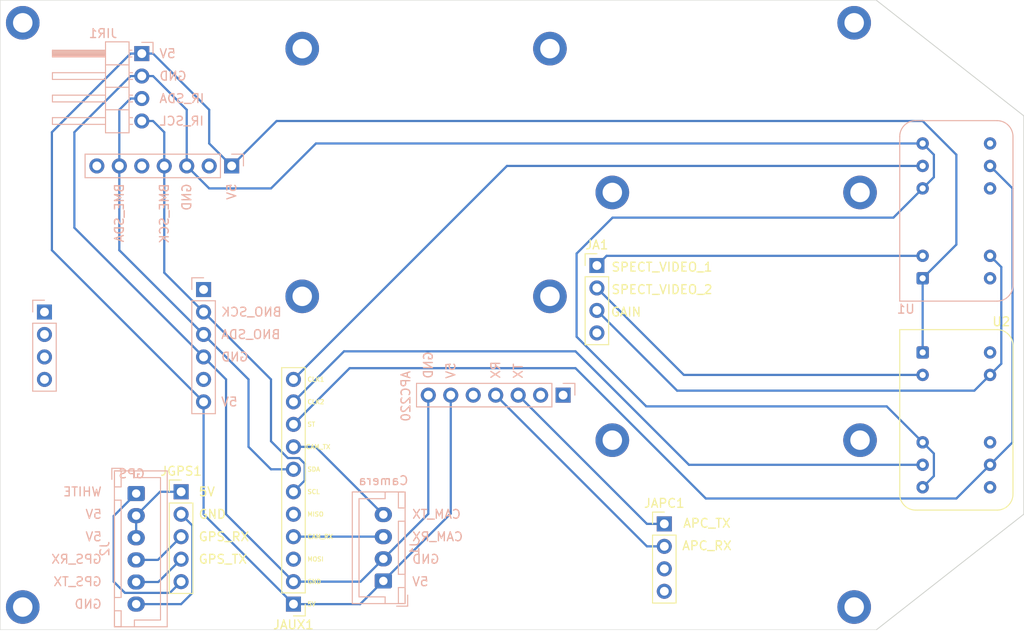
<source format=kicad_pcb>
(kicad_pcb (version 20211014) (generator pcbnew)
  (layers (0 "F.Cu" signal) (31 "B.Cu" signal) (34 "B.Paste" user) (35 "F.Paste" user) (36 "B.SilkS" user "B.Silkscreen") (37 "F.SilkS" user "F.Silkscreen") (38 "B.Mask" user) (39 "F.Mask" user) (44 "Edge.Cuts" user))
  (net 0 "")
  (net 1 "/5V3")
  (net 2 "/GND3")
  (net 3 "/MOSI")
  (net 4 "/MISO")
  (net 5 "/CLK1")
  (net 6 "/CLK2")
  (net 7 "/5V2")
  (net 8 "/GND")
  (net 9 "/GPSRX")
  (net 10 "/GPSTX")
  (net 11 "/PPS")
  (net 20 "/A2")
  (net 21 "/A1")
  (net 22 "/GAIN")
  (net 23 "/ST")
  (net 25 "/APCSET")
  (net 26 "/APCAUX")
  (net 27 "/APCEN")
  (net 28 "/APCRX")
  (net 29 "/APCTX")
  (net 30 "/BME3VO")
  (net 31 "/BMESDO")
  (net 32 "/BMECS")
  (net 33 "/BNO3VO")
  (net 34 "/BNORST")
  (net 35 "/PS0")
  (net 36 "/PS1")
  (net 37 "/ADR")
  (net 38 "/CAMRX")
  (net 39 "/CAMTX")
  (net 40 "/INT")
  (net 41 "/BMESCK")
  (net 42 "/BMESDI")
  (footprint "MountingHole:MountingHole_2.2mm_M2_ISO14580_Pad_TopBottom" (layer "F.Cu") (at 188.4426 88.0872)
    (fp_text reference "H8" hide)
    (fp_text value "MountingHole" hide)
    (pad "1" connect circle (at 0 0) (size 3.8 3.8) (layers "B.Cu" "B.Mask"))
    (pad "1" thru_hole circle (at 0 0) (size 2.6 2.6) (drill 2.2) (layers *.Cu *.Mask))
    (pad "1" connect circle (at 0 0) (size 3.8 3.8) (layers "F.Cu" "F.Mask"))
  )
  (footprint "OptoDevice:Hamamatsu_C12880" (layer "F.Cu") (at 223.52 106.172)
    (fp_text reference "U2" (at 8.89 -3.48) (layer "F.SilkS"))
    (fp_text value "C12666MA")
    (fp_line (start -0.79 17.82) (end 8.41 17.82) (layer "F.SilkS") (width 0.12))
    (fp_line (start 10.21 16.02) (end 10.21 -0.78) (layer "F.SilkS") (width 0.12))
    (fp_line (start 8.41 -2.58) (end -2.59 -2.58) (layer "F.SilkS") (width 0.12))
    (fp_line (start -2.59 -2.58) (end -2.59 16.02) (layer "F.SilkS") (width 0.12))
    (fp_arc (start 8.41 -2.58) (mid 9.682792 -2.052792) (end 10.21 -0.78) (layer "F.SilkS") (width 0.12))
    (fp_arc (start -0.79 17.82) (mid -2.062792 17.292792) (end -2.59 16.02) (layer "F.SilkS") (width 0.12))
    (fp_arc (start 10.21 16.02) (mid 9.682792 17.292792) (end 8.41 17.82) (layer "F.SilkS") (width 0.12))
    (pad "1" thru_hole roundrect (at 0 0) (size 1.4 1.4) (drill 0.7) (layers *.Cu *.Mask) (roundrect_rratio 0.1785) (net 1 "/5V3"))
    (pad "2" thru_hole circle (at 0 2.54) (size 1.4 1.4) (drill 0.7) (layers *.Cu *.Mask) (net 20 "/A2"))
    (pad "3" thru_hole circle (at 0 10.16) (size 1.4 1.4) (drill 0.7) (layers *.Cu *.Mask) (net 2 "/GND3"))
    (pad "4" thru_hole circle (at 0 12.7) (size 1.4 1.4) (drill 0.7) (layers *.Cu *.Mask) (net 6 "/CLK2"))
    (pad "5" thru_hole circle (at 0 15.24) (size 1.4 1.4) (drill 0.7) (layers *.Cu *.Mask) (net 2 "/GND3"))
    (pad "6" thru_hole circle (at 7.62 15.24) (size 1.4 1.4) (drill 0.7) (layers *.Cu *.Mask))
    (pad "7" thru_hole circle (at 7.62 12.7) (size 1.4 1.4) (drill 0.7) (layers *.Cu *.Mask) (net 23 "/ST"))
    (pad "8" thru_hole circle (at 7.62 10.16) (size 1.4 1.4) (drill 0.7) (layers *.Cu *.Mask))
    (pad "9" thru_hole circle (at 7.62 2.54) (size 1.4 1.4) (drill 0.7) (layers *.Cu *.Mask) (net 22 "/GAIN"))
    (pad "10" thru_hole circle (at 7.62 0) (size 1.4 1.4) (drill 0.7) (layers *.Cu *.Mask))
  )
  (footprint "MountingHole:MountingHole_2.2mm_M2_ISO14580_Pad_TopBottom" (layer "F.Cu") (at 216.4426 116.0872)
    (fp_text reference "H7" hide)
    (fp_text value "MountingHole" hide)
    (pad "1" thru_hole circle (at 0 0) (size 2.6 2.6) (drill 2.2) (layers *.Cu *.Mask))
    (pad "1" connect circle (at 0 0) (size 3.8 3.8) (layers "F.Cu" "F.Mask"))
    (pad "1" connect circle (at 0 0) (size 3.8 3.8) (layers "B.Cu" "B.Mask"))
  )
  (footprint "MountingHole:MountingHole_2.2mm_M2_ISO14580_Pad_TopBottom" (layer "F.Cu") (at 181.3906 99.8312)
    (fp_text reference "H11" hide)
    (fp_text value "MountingHole" hide)
    (pad "1" thru_hole circle (at 0 0) (size 2.6 2.6) (drill 2.2) (layers *.Cu *.Mask))
    (pad "1" connect circle (at 0 0) (size 3.8 3.8) (layers "F.Cu" "F.Mask"))
    (pad "1" connect circle (at 0 0) (size 3.8 3.8) (layers "B.Cu" "B.Mask"))
  )
  (footprint "MountingHole:MountingHole_2.2mm_M2_ISO14580_Pad_TopBottom" (layer "F.Cu") (at 121.8 134.95)
    (fp_text reference "H4" hide)
    (fp_text value "MountingHole" hide)
    (pad "1" connect circle (at 0 0) (size 3.8 3.8) (layers "F.Cu" "F.Mask"))
    (pad "1" connect circle (at 0 0) (size 3.8 3.8) (layers "B.Cu" "B.Mask"))
    (pad "1" thru_hole circle (at 0 0) (size 2.6 2.6) (drill 2.2) (layers *.Cu *.Mask))
  )
  (footprint "MountingHole:MountingHole_2.2mm_M2_ISO14580_Pad_TopBottom" (layer "F.Cu") (at 121.8 68.91)
    (fp_text reference "H3" hide)
    (fp_text value "MountingHole" hide)
    (pad "1" thru_hole circle (at 0 0) (size 2.6 2.6) (drill 2.2) (layers *.Cu *.Mask))
    (pad "1" connect circle (at 0 0) (size 3.8 3.8) (layers "B.Cu" "B.Mask"))
    (pad "1" connect circle (at 0 0) (size 3.8 3.8) (layers "F.Cu" "F.Mask"))
  )
  (footprint "Connector_PinHeader_2.54mm:PinHeader_1x11_P2.54mm_Vertical" (layer "F.Cu") (at 152.4 134.62 180)
    (fp_text reference "JAUX1" (at 0 -2.33) (layer "F.SilkS"))
    (fp_text value "AUX")
    (fp_line (start -1.33 0) (end -1.33 -1.33) (layer "F.SilkS") (width 0.12))
    (fp_line (start -1.33 26.73) (end 1.33 26.73) (layer "F.SilkS") (width 0.12))
    (fp_line (start 1.33 1.27) (end 1.33 26.73) (layer "F.SilkS") (width 0.12))
    (fp_line (start -1.33 1.27) (end -1.33 26.73) (layer "F.SilkS") (width 0.12))
    (fp_line (start -1.33 1.27) (end 1.33 1.27) (layer "F.SilkS") (width 0.12))
    (fp_line (start -1.33 -1.33) (end 0 -1.33) (layer "F.SilkS") (width 0.12))
    (pad "1" thru_hole rect (at 0 0 180) (size 1.7 1.7) (drill 1) (layers *.Cu *.Mask) (net 1 "/5V3"))
    (pad "2" thru_hole oval (at 0 2.54 180) (size 1.7 1.7) (drill 1) (layers *.Cu *.Mask) (net 2 "/GND3"))
    (pad "3" thru_hole oval (at 0 5.08 180) (size 1.7 1.7) (drill 1) (layers *.Cu *.Mask) (net 3 "/MOSI"))
    (pad "4" thru_hole oval (at 0 7.62 180) (size 1.7 1.7) (drill 1) (layers *.Cu *.Mask) (net 38 "/CAMRX"))
    (pad "5" thru_hole oval (at 0 10.16 180) (size 1.7 1.7) (drill 1) (layers *.Cu *.Mask) (net 4 "/MISO"))
    (pad "6" thru_hole oval (at 0 12.7 180) (size 1.7 1.7) (drill 1) (layers *.Cu *.Mask) (net 41 "/BMESCK"))
    (pad "7" thru_hole oval (at 0 15.24 180) (size 1.7 1.7) (drill 1) (layers *.Cu *.Mask) (net 42 "/BMESDI"))
    (pad "8" thru_hole oval (at 0 17.78 180) (size 1.7 1.7) (drill 1) (layers *.Cu *.Mask) (net 39 "/CAMTX"))
    (pad "9" thru_hole oval (at 0 20.32 180) (size 1.7 1.7) (drill 1) (layers *.Cu *.Mask) (net 23 "/ST"))
    (pad "10" thru_hole oval (at 0 22.86 180) (size 1.7 1.7) (drill 1) (layers *.Cu *.Mask) (net 6 "/CLK2"))
    (pad "11" thru_hole oval (at 0 25.4 180) (size 1.7 1.7) (drill 1) (layers *.Cu *.Mask) (net 5 "/CLK1"))
  )
  (footprint "Connector_PinHeader_2.54mm:PinHeader_1x04_P2.54mm_Vertical" (layer "F.Cu") (at 194.318086 125.549689)
    (fp_text reference "JAPC1" (at 0 -2.33) (layer "F.SilkS"))
    (fp_text value "Conn_01x04_Male" hide)
    (fp_line (start -1.33 1.27) (end 1.33 1.27) (layer "F.SilkS") (width 0.12))
    (fp_line (start 1.33 1.27) (end 1.33 8.95) (layer "F.SilkS") (width 0.12))
    (fp_line (start -1.33 1.27) (end -1.33 8.95) (layer "F.SilkS") (width 0.12))
    (fp_line (start -1.33 0) (end -1.33 -1.33) (layer "F.SilkS") (width 0.12))
    (fp_line (start -1.33 -1.33) (end 0 -1.33) (layer "F.SilkS") (width 0.12))
    (fp_line (start -1.33 8.95) (end 1.33 8.95) (layer "F.SilkS") (width 0.12))
    (pad "1" thru_hole rect (at 0 0) (size 1.7 1.7) (drill 1) (layers *.Cu *.Mask) (net 29 "/APCTX"))
    (pad "2" thru_hole oval (at 0 2.54) (size 1.7 1.7) (drill 1) (layers *.Cu *.Mask) (net 28 "/APCRX"))
    (pad "3" thru_hole oval (at 0 5.08) (size 1.7 1.7) (drill 1) (layers *.Cu *.Mask))
    (pad "4" thru_hole oval (at 0 7.62) (size 1.7 1.7) (drill 1) (layers *.Cu *.Mask))
  )
  (footprint "MountingHole:MountingHole_2.2mm_M2_ISO14580_Pad_TopBottom" (layer "F.Cu") (at 153.3906 99.8312)
    (fp_text reference "H9" hide)
    (fp_text value "MountingHole" hide)
    (pad "1" thru_hole circle (at 0 0) (size 2.6 2.6) (drill 2.2) (layers *.Cu *.Mask))
    (pad "1" connect circle (at 0 0) (size 3.8 3.8) (layers "F.Cu" "F.Mask"))
    (pad "1" connect circle (at 0 0) (size 3.8 3.8) (layers "B.Cu" "B.Mask"))
  )
  (footprint "MountingHole:MountingHole_2.2mm_M2_ISO14580_Pad_TopBottom" (layer "F.Cu") (at 153.3906 71.8312)
    (fp_text reference "H12" hide)
    (fp_text value "MountingHole" hide)
    (pad "1" connect circle (at 0 0) (size 3.8 3.8) (layers "B.Cu" "B.Mask"))
    (pad "1" thru_hole circle (at 0 0) (size 2.6 2.6) (drill 2.2) (layers *.Cu *.Mask))
    (pad "1" connect circle (at 0 0) (size 3.8 3.8) (layers "F.Cu" "F.Mask"))
  )
  (footprint "MountingHole:MountingHole_2.2mm_M2_ISO14580_Pad_TopBottom" (layer "F.Cu") (at 188.4426 116.0872)
    (fp_text reference "H5" hide)
    (fp_text value "MountingHole" hide)
    (pad "1" thru_hole circle (at 0 0) (size 2.6 2.6) (drill 2.2) (layers *.Cu *.Mask))
    (pad "1" connect circle (at 0 0) (size 3.8 3.8) (layers "F.Cu" "F.Mask"))
    (pad "1" connect circle (at 0 0) (size 3.8 3.8) (layers "B.Cu" "B.Mask"))
  )
  (footprint "MountingHole:MountingHole_2.2mm_M2_ISO14580_Pad_TopBottom" (layer "F.Cu") (at 215.78 68.91)
    (fp_text reference "H2" hide)
    (fp_text value "MountingHole" hide)
    (pad "1" connect circle (at 0 0) (size 3.8 3.8) (layers "F.Cu" "F.Mask"))
    (pad "1" thru_hole circle (at 0 0) (size 2.6 2.6) (drill 2.2) (layers *.Cu *.Mask))
    (pad "1" connect circle (at 0 0) (size 3.8 3.8) (layers "B.Cu" "B.Mask"))
  )
  (footprint "Connector_PinHeader_2.54mm:PinHeader_1x05_P2.54mm_Vertical" (layer "F.Cu") (at 139.7 121.92)
    (fp_text reference "JGPS1" (at 0 -2.33) (layer "F.SilkS"))
    (fp_text value "GPS")
    (fp_line (start -1.33 0) (end -1.33 -1.33) (layer "F.SilkS") (width 0.12))
    (fp_line (start -1.33 11.49) (end 1.33 11.49) (layer "F.SilkS") (width 0.12))
    (fp_line (start -1.33 1.27) (end -1.33 11.49) (layer "F.SilkS") (width 0.12))
    (fp_line (start 1.33 1.27) (end 1.33 11.49) (layer "F.SilkS") (width 0.12))
    (fp_line (start -1.33 1.27) (end 1.33 1.27) (layer "F.SilkS") (width 0.12))
    (fp_line (start -1.33 -1.33) (end 0 -1.33) (layer "F.SilkS") (width 0.12))
    (pad "1" thru_hole rect (at 0 0) (size 1.7 1.7) (drill 1) (layers *.Cu *.Mask) (net 7 "/5V2"))
    (pad "2" thru_hole oval (at 0 2.54) (size 1.7 1.7) (drill 1) (layers *.Cu *.Mask) (net 8 "/GND"))
    (pad "3" thru_hole oval (at 0 5.08) (size 1.7 1.7) (drill 1) (layers *.Cu *.Mask) (net 9 "/GPSRX"))
    (pad "4" thru_hole oval (at 0 7.62) (size 1.7 1.7) (drill 1) (layers *.Cu *.Mask) (net 10 "/GPSTX"))
    (pad "5" thru_hole oval (at 0 10.16) (size 1.7 1.7) (drill 1) (layers *.Cu *.Mask) (net 11 "/PPS"))
  )
  (footprint "Connector_PinHeader_2.54mm:PinHeader_1x04_P2.54mm_Vertical" (layer "F.Cu") (at 186.698554 96.342949)
    (fp_text reference "JA1" (at 0 -2.33) (layer "F.SilkS"))
    (fp_text value "Conn_01x04_Male" hide)
    (fp_line (start -1.33 -1.33) (end 0 -1.33) (layer "F.SilkS") (width 0.12))
    (fp_line (start 1.33 1.27) (end 1.33 8.95) (layer "F.SilkS") (width 0.12))
    (fp_line (start -1.33 0) (end -1.33 -1.33) (layer "F.SilkS") (width 0.12))
    (fp_line (start -1.33 8.95) (end 1.33 8.95) (layer "F.SilkS") (width 0.12))
    (fp_line (start -1.33 1.27) (end -1.33 8.95) (layer "F.SilkS") (width 0.12))
    (fp_line (start -1.33 1.27) (end 1.33 1.27) (layer "F.SilkS") (width 0.12))
    (pad "1" thru_hole rect (at 0 0) (size 1.7 1.7) (drill 1) (layers *.Cu *.Mask) (net 21 "/A1"))
    (pad "2" thru_hole oval (at 0 2.54) (size 1.7 1.7) (drill 1) (layers *.Cu *.Mask) (net 20 "/A2"))
    (pad "3" thru_hole oval (at 0 5.08) (size 1.7 1.7) (drill 1) (layers *.Cu *.Mask) (net 22 "/GAIN"))
    (pad "4" thru_hole oval (at 0 7.62) (size 1.7 1.7) (drill 1) (layers *.Cu *.Mask))
  )
  (footprint "MountingHole:MountingHole_2.2mm_M2_ISO14580_Pad_TopBottom" (layer "F.Cu") (at 181.3906 71.8312)
    (fp_text reference "H10" hide)
    (fp_text value "MountingHole" hide)
    (pad "1" thru_hole circle (at 0 0) (size 2.6 2.6) (drill 2.2) (layers *.Cu *.Mask))
    (pad "1" connect circle (at 0 0) (size 3.8 3.8) (layers "F.Cu" "F.Mask"))
    (pad "1" connect circle (at 0 0) (size 3.8 3.8) (layers "B.Cu" "B.Mask"))
  )
  (footprint "MountingHole:MountingHole_2.2mm_M2_ISO14580_Pad_TopBottom" (layer "F.Cu") (at 216.4426 88.0872)
    (fp_text reference "H6" hide)
    (fp_text value "MountingHole" hide)
    (pad "1" thru_hole circle (at 0 0) (size 2.6 2.6) (drill 2.2) (layers *.Cu *.Mask))
    (pad "1" connect circle (at 0 0) (size 3.8 3.8) (layers "F.Cu" "F.Mask"))
    (pad "1" connect circle (at 0 0) (size 3.8 3.8) (layers "B.Cu" "B.Mask"))
  )
  (footprint "MountingHole:MountingHole_2.2mm_M2_ISO14580_Pad_TopBottom" (layer "F.Cu") (at 215.78 134.95)
    (fp_text reference "H1" hide)
    (fp_text value "MountingHole" hide)
    (pad "1" connect circle (at 0 0) (size 3.8 3.8) (layers "B.Cu" "B.Mask"))
    (pad "1" connect circle (at 0 0) (size 3.8 3.8) (layers "F.Cu" "F.Mask"))
    (pad "1" thru_hole circle (at 0 0) (size 2.6 2.6) (drill 2.2) (layers *.Cu *.Mask))
  )
  (footprint "Connector_PinSocket_2.54mm:PinSocket_1x06_P2.54mm_Vertical" (layer "B.Cu") (at 142.24 99.06 180)
    (fp_text reference "J5-1" hide)
    (fp_text value "BNO055-1")
    (fp_line (start -1.33 -1.27) (end 1.33 -1.27) (layer "B.SilkS") (width 0.12))
    (fp_line (start -1.33 -14.03) (end 1.33 -14.03) (layer "B.SilkS") (width 0.12))
    (fp_line (start 1.33 -1.27) (end 1.33 -14.03) (layer "B.SilkS") (width 0.12))
    (fp_line (start 0 1.33) (end 1.33 1.33) (layer "B.SilkS") (width 0.12))
    (fp_line (start -1.33 -1.27) (end -1.33 -14.03) (layer "B.SilkS") (width 0.12))
    (fp_line (start 1.33 1.33) (end 1.33 0) (layer "B.SilkS") (width 0.12))
    (pad "1" thru_hole rect (at 0 0 180) (size 1.7 1.7) (drill 1) (layers *.Cu *.Mask) (net 34 "/BNORST"))
    (pad "2" thru_hole oval (at 0 -2.54 180) (size 1.7 1.7) (drill 1) (layers *.Cu *.Mask) (net 41 "/BMESCK"))
    (pad "3" thru_hole oval (at 0 -5.08 180) (size 1.7 1.7) (drill 1) (layers *.Cu *.Mask) (net 42 "/BMESDI"))
    (pad "4" thru_hole oval (at 0 -7.62 180) (size 1.7 1.7) (drill 1) (layers *.Cu *.Mask) (net 2 "/GND3"))
    (pad "5" thru_hole oval (at 0 -10.16 180) (size 1.7 1.7) (drill 1) (layers *.Cu *.Mask) (net 33 "/BNO3VO"))
    (pad "6" thru_hole oval (at 0 -12.7 180) (size 1.7 1.7) (drill 1) (layers *.Cu *.Mask) (net 1 "/5V3"))
  )
  (footprint "OptoDevice:Hamamatsu_C12880" (layer "B.Cu") (at 223.52 97.79)
    (fp_text reference "U1" (at -1.905 3.48) (layer "B.SilkS") (effects (justify mirror)))
    (fp_text value "C12666MA")
    (fp_line (start -0.79 -17.82) (end 8.41 -17.82) (layer "B.SilkS") (width 0.12))
    (fp_line (start 8.41 2.58) (end -2.59 2.58) (layer "B.SilkS") (width 0.12))
    (fp_line (start 10.21 -16.02) (end 10.21 0.78) (layer "B.SilkS") (width 0.12))
    (fp_line (start -2.59 2.58) (end -2.59 -16.02) (layer "B.SilkS") (width 0.12))
    (fp_arc (start 8.41 -17.82) (mid 9.682792 -17.292792) (end 10.21 -16.02) (layer "B.SilkS") (width 0.12))
    (fp_arc (start -2.59 -16.02) (mid -2.062792 -17.292792) (end -0.79 -17.82) (layer "B.SilkS") (width 0.12))
    (fp_arc (start 10.21 0.78) (mid 9.682792 2.052792) (end 8.41 2.58) (layer "B.SilkS") (width 0.12))
    (pad "1" thru_hole roundrect (at 0 0) (size 1.4 1.4) (drill 0.7) (layers *.Cu *.Mask) (roundrect_rratio 0.1785) (net 1 "/5V3"))
    (pad "2" thru_hole circle (at 0 -2.54) (size 1.4 1.4) (drill 0.7) (layers *.Cu *.Mask) (net 21 "/A1"))
    (pad "3" thru_hole circle (at 0 -10.16) (size 1.4 1.4) (drill 0.7) (layers *.Cu *.Mask) (net 2 "/GND3"))
    (pad "4" thru_hole circle (at 0 -12.7) (size 1.4 1.4) (drill 0.7) (layers *.Cu *.Mask) (net 5 "/CLK1"))
    (pad "5" thru_hole circle (at 0 -15.24) (size 1.4 1.4) (drill 0.7) (layers *.Cu *.Mask) (net 2 "/GND3"))
    (pad "6" thru_hole circle (at 7.62 -15.24) (size 1.4 1.4) (drill 0.7) (layers *.Cu *.Mask))
    (pad "7" thru_hole circle (at 7.62 -12.7) (size 1.4 1.4) (drill 0.7) (layers *.Cu *.Mask) (net 23 "/ST"))
    (pad "8" thru_hole circle (at 7.62 -10.16) (size 1.4 1.4) (drill 0.7) (layers *.Cu *.Mask))
    (pad "9" thru_hole circle (at 7.62 -2.54) (size 1.4 1.4) (drill 0.7) (layers *.Cu *.Mask) (net 22 "/GAIN"))
    (pad "10" thru_hole circle (at 7.62 0) (size 1.4 1.4) (drill 0.7) (layers *.Cu *.Mask))
  )
  (footprint "Connector_PinSocket_2.54mm:PinSocket_1x07_P2.54mm_Vertical" (layer "B.Cu") (at 145.415 85.09 90)
    (fp_text reference "J4" hide)
    (fp_text value "BME280")
    (fp_line (start 0 1.33) (end 1.33 1.33) (layer "B.SilkS") (width 0.12))
    (fp_line (start -1.33 -16.57) (end 1.33 -16.57) (layer "B.SilkS") (width 0.12))
    (fp_line (start 1.33 1.33) (end 1.33 0) (layer "B.SilkS") (width 0.12))
    (fp_line (start -1.33 -1.27) (end 1.33 -1.27) (layer "B.SilkS") (width 0.12))
    (fp_line (start -1.33 -1.27) (end -1.33 -16.57) (layer "B.SilkS") (width 0.12))
    (fp_line (start 1.33 -1.27) (end 1.33 -16.57) (layer "B.SilkS") (width 0.12))
    (pad "1" thru_hole rect (at 0 0 90) (size 1.7 1.7) (drill 1) (layers *.Cu *.Mask) (net 1 "/5V3"))
    (pad "2" thru_hole oval (at 0 -2.54 90) (size 1.7 1.7) (drill 1) (layers *.Cu *.Mask) (net 30 "/BME3VO"))
    (pad "3" thru_hole oval (at 0 -5.08 90) (size 1.7 1.7) (drill 1) (layers *.Cu *.Mask) (net 2 "/GND3"))
    (pad "4" thru_hole oval (at 0 -7.62 90) (size 1.7 1.7) (drill 1) (layers *.Cu *.Mask) (net 41 "/BMESCK"))
    (pad "5" thru_hole oval (at 0 -10.16 90) (size 1.7 1.7) (drill 1) (layers *.Cu *.Mask) (net 31 "/BMESDO"))
    (pad "6" thru_hole oval (at 0 -12.7 90) (size 1.7 1.7) (drill 1) (layers *.Cu *.Mask) (net 42 "/BMESDI"))
    (pad "7" thru_hole oval (at 0 -15.24 90) (size 1.7 1.7) (drill 1) (layers *.Cu *.Mask) (net 32 "/BMECS"))
  )
  (footprint "Connector_PinHeader_2.54mm:PinHeader_1x04_P2.54mm_Horizontal" (layer "B.Cu") (at 135.255 72.39 180)
    (fp_text reference "JIR1" (at 4.385 2.27) (layer "B.SilkS") (effects (justify mirror)))
    (fp_text value "Conn_01x04_Male")
    (fp_line (start 1.042929 -2.16) (end 1.44 -2.16) (layer "B.SilkS") (width 0.12))
    (fp_line (start 1.11 -0.38) (end 1.44 -0.38) (layer "B.SilkS") (width 0.12))
    (fp_line (start 4.1 -0.28) (end 10.1 -0.28) (layer "B.SilkS") (width 0.12))
    (fp_line (start 4.1 -0.16) (end 10.1 -0.16) (layer "B.SilkS") (width 0.12))
    (fp_line (start 1.44 -8.95) (end 4.1 -8.95) (layer "B.SilkS") (width 0.12))
    (fp_line (start 1.44 -1.27) (end 4.1 -1.27) (layer "B.SilkS") (width 0.12))
    (fp_line (start 10.1 0.38) (end 10.1 -0.38) (layer "B.SilkS") (width 0.12))
    (fp_line (start 4.1 -8.95) (end 4.1 1.33) (layer "B.SilkS") (width 0.12))
    (fp_line (start 10.1 -7.24) (end 10.1 -8) (layer "B.SilkS") (width 0.12))
    (fp_line (start 1.11 0.38) (end 1.44 0.38) (layer "B.SilkS") (width 0.12))
    (fp_line (start 4.1 -4.7) (end 10.1 -4.7) (layer "B.SilkS") (width 0.12))
    (fp_line (start 10.1 -2.16) (end 10.1 -2.92) (layer "B.SilkS") (width 0.12))
    (fp_line (start -1.27 0) (end -1.27 1.27) (layer "B.SilkS") (width 0.12))
    (fp_line (start 1.042929 -8) (end 1.44 -8) (layer "B.SilkS") (width 0.12))
    (fp_line (start 1.042929 -5.46) (end 1.44 -5.46) (layer "B.SilkS") (width 0.12))
    (fp_line (start 4.1 -2.16) (end 10.1 -2.16) (layer "B.SilkS") (width 0.12))
    (fp_line (start 10.1 -0.38) (end 4.1 -0.38) (layer "B.SilkS") (width 0.12))
    (fp_line (start 1.042929 -2.92) (end 1.44 -2.92) (layer "B.SilkS") (width 0.12))
    (fp_line (start 4.1 0.08) (end 10.1 0.08) (layer "B.SilkS") (width 0.12))
    (fp_line (start 4.1 0.38) (end 10.1 0.38) (layer "B.SilkS") (width 0.12))
    (fp_line (start 4.1 -7.24) (end 10.1 -7.24) (layer "B.SilkS") (width 0.12))
    (fp_line (start 10.1 -4.7) (end 10.1 -5.46) (layer "B.SilkS") (width 0.12))
    (fp_line (start 10.1 -8) (end 4.1 -8) (layer "B.SilkS") (width 0.12))
    (fp_line (start 4.1 1.33) (end 1.44 1.33) (layer "B.SilkS") (width 0.12))
    (fp_line (start 10.1 -2.92) (end 4.1 -2.92) (layer "B.SilkS") (width 0.12))
    (fp_line (start 1.44 -6.35) (end 4.1 -6.35) (layer "B.SilkS") (width 0.12))
    (fp_line (start -1.27 1.27) (end 0 1.27) (layer "B.SilkS") (width 0.12))
    (fp_line (start 4.1 0.32) (end 10.1 0.32) (layer "B.SilkS") (width 0.12))
    (fp_line (start 1.44 1.33) (end 1.44 -8.95) (layer "B.SilkS") (width 0.12))
    (fp_line (start 4.1 -0.04) (end 10.1 -0.04) (layer "B.SilkS") (width 0.12))
    (fp_line (start 1.042929 -4.7) (end 1.44 -4.7) (layer "B.SilkS") (width 0.12))
    (fp_line (start 1.44 -3.81) (end 4.1 -3.81) (layer "B.SilkS") (width 0.12))
    (fp_line (start 4.1 0.2) (end 10.1 0.2) (layer "B.SilkS") (width 0.12))
    (fp_line (start 1.042929 -7.24) (end 1.44 -7.24) (layer "B.SilkS") (width 0.12))
    (fp_line (start 10.1 -5.46) (end 4.1 -5.46) (layer "B.SilkS") (width 0.12))
    (pad "1" thru_hole rect (at 0 0 180) (size 1.7 1.7) (drill 1) (layers *.Cu *.Mask) (net 1 "/5V3"))
    (pad "2" thru_hole oval (at 0 -2.54 180) (size 1.7 1.7) (drill 1) (layers *.Cu *.Mask) (net 2 "/GND3"))
    (pad "3" thru_hole oval (at 0 -5.08 180) (size 1.7 1.7) (drill 1) (layers *.Cu *.Mask) (net 42 "/BMESDI"))
    (pad "4" thru_hole oval (at 0 -7.62 180) (size 1.7 1.7) (drill 1) (layers *.Cu *.Mask) (net 41 "/BMESCK"))
  )
  (footprint "Connector_JST:JST_XH_B6B-XH-A_1x06_P2.50mm_Vertical" (layer "B.Cu") (at 134.62 122.12 -90)
    (fp_text reference "J2" (at 6.25 3.55 90) (layer "B.SilkS") (effects (justify mirror)))
    (fp_text value "GPS")
    (fp_line (start 15.05 2.45) (end 13.25 2.45) (layer "B.SilkS") (width 0.12))
    (fp_line (start 0.75 1.7) (end 11.75 1.7) (layer "B.SilkS") (width 0.12))
    (fp_line (start 14.3 0.2) (end 14.3 -2.75) (layer "B.SilkS") (width 0.12))
    (fp_line (start -1.8 0.2) (end -1.8 -2.75) (layer "B.SilkS") (width 0.12))
    (fp_line (start -2.85 2.75) (end -2.85 1.5) (layer "B.SilkS") (width 0.12))
    (fp_line (start -2.55 2.45) (end -2.55 1.7) (layer "B.SilkS") (width 0.12))
    (fp_line (start -0.75 2.45) (end -2.55 2.45) (layer "B.SilkS") (width 0.12))
    (fp_line (start -2.55 1.7) (end -0.75 1.7) (layer "B.SilkS") (width 0.12))
    (fp_line (start -2.55 0.2) (end -1.8 0.2) (layer "B.SilkS") (width 0.12))
    (fp_line (start 15.05 0.2) (end 14.3 0.2) (layer "B.SilkS") (width 0.12))
    (fp_line (start -0.75 1.7) (end -0.75 2.45) (layer "B.SilkS") (width 0.12))
    (fp_line (start -1.6 2.75) (end -2.85 2.75) (layer "B.SilkS") (width 0.12))
    (fp_line (start 11.75 2.45) (end 0.75 2.45) (layer "B.SilkS") (width 0.12))
    (fp_line (start 14.3 -2.75) (end 6.25 -2.75) (layer "B.SilkS") (width 0.12))
    (fp_line (start 0.75 2.45) (end 0.75 1.7) (layer "B.SilkS") (width 0.12))
    (fp_line (start 11.75 1.7) (end 11.75 2.45) (layer "B.SilkS") (width 0.12))
    (fp_line (start 15.06 -3.51) (end 15.06 2.46) (layer "B.SilkS") (width 0.12))
    (fp_line (start -2.56 2.46) (end -2.56 -3.51) (layer "B.SilkS") (width 0.12))
    (fp_line (start 15.05 1.7) (end 15.05 2.45) (layer "B.SilkS") (width 0.12))
    (fp_line (start -1.8 -2.75) (end 6.25 -2.75) (layer "B.SilkS") (width 0.12))
    (fp_line (start 13.25 2.45) (end 13.25 1.7) (layer "B.SilkS") (width 0.12))
    (fp_line (start -2.56 -3.51) (end 15.06 -3.51) (layer "B.SilkS") (width 0.12))
    (fp_line (start 13.25 1.7) (end 15.05 1.7) (layer "B.SilkS") (width 0.12))
    (fp_line (start 15.06 2.46) (end -2.56 2.46) (layer "B.SilkS") (width 0.12))
    (pad "1" thru_hole roundrect (at 0 0 270) (size 1.7 1.95) (drill 0.95) (layers *.Cu *.Mask) (roundrect_rratio 0.147059) (net 11 "/PPS"))
    (pad "2" thru_hole oval (at 2.5 0 270) (size 1.7 1.95) (drill 0.95) (layers *.Cu *.Mask) (net 7 "/5V2"))
    (pad "3" thru_hole oval (at 5 0 270) (size 1.7 1.95) (drill 0.95) (layers *.Cu *.Mask) (net 7 "/5V2"))
    (pad "4" thru_hole oval (at 7.5 0 270) (size 1.7 1.95) (drill 0.95) (layers *.Cu *.Mask) (net 9 "/GPSRX"))
    (pad "5" thru_hole oval (at 10 0 270) (size 1.7 1.95) (drill 0.95) (layers *.Cu *.Mask) (net 10 "/GPSTX"))
    (pad "6" thru_hole oval (at 12.5 0 270) (size 1.7 1.95) (drill 0.95) (layers *.Cu *.Mask) (net 8 "/GND"))
  )
  (footprint "Connector_PinSocket_2.54mm:PinSocket_1x07_P2.54mm_Vertical" (layer "B.Cu") (at 182.88 110.998 90)
    (fp_text reference "J3" hide)
    (fp_text value "APC220")
    (fp_line (start -1.33 -16.57) (end 1.33 -16.57) (layer "B.SilkS") (width 0.12))
    (fp_line (start 0 1.33) (end 1.33 1.33) (layer "B.SilkS") (width 0.12))
    (fp_line (start 1.33 1.33) (end 1.33 0) (layer "B.SilkS") (width 0.12))
    (fp_line (start -1.33 -1.27) (end 1.33 -1.27) (layer "B.SilkS") (width 0.12))
    (fp_line (start 1.33 -1.27) (end 1.33 -16.57) (layer "B.SilkS") (width 0.12))
    (fp_line (start -1.33 -1.27) (end -1.33 -16.57) (layer "B.SilkS") (width 0.12))
    (pad "1" thru_hole rect (at 0 0 90) (size 1.7 1.7) (drill 1) (layers *.Cu *.Mask) (net 25 "/APCSET"))
    (pad "2" thru_hole oval (at 0 -2.54 90) (size 1.7 1.7) (drill 1) (layers *.Cu *.Mask) (net 26 "/APCAUX"))
    (pad "3" thru_hole oval (at 0 -5.08 90) (size 1.7 1.7) (drill 1) (layers *.Cu *.Mask) (net 29 "/APCTX"))
    (pad "4" thru_hole oval (at 0 -7.62 90) (size 1.7 1.7) (drill 1) (layers *.Cu *.Mask) (net 28 "/APCRX"))
    (pad "5" thru_hole oval (at 0 -10.16 90) (size 1.7 1.7) (drill 1) (layers *.Cu *.Mask) (net 27 "/APCEN"))
    (pad "6" thru_hole oval (at 0 -12.7 90) (size 1.7 1.7) (drill 1) (layers *.Cu *.Mask) (net 1 "/5V3"))
    (pad "7" thru_hole oval (at 0 -15.24 90) (size 1.7 1.7) (drill 1) (layers *.Cu *.Mask) (net 2 "/GND3"))
  )
  (footprint "Connector_JST:JST_XH_B4B-XH-A_1x04_P2.50mm_Vertical" (layer "B.Cu") (at 162.56 132 90)
    (fp_text reference "J1" (at 3.75 3.55 270) (layer "B.SilkS") (effects (justify mirror)))
    (fp_text value "Camera")
    (fp_line (start -2.55 0.2) (end -1.8 0.2) (layer "B.SilkS") (width 0.12))
    (fp_line (start 0.75 1.7) (end 6.75 1.7) (layer "B.SilkS") (width 0.12))
    (fp_line (start 10.05 1.7) (end 10.05 2.45) (layer "B.SilkS") (width 0.12))
    (fp_line (start -1.8 0.2) (end -1.8 -2.75) (layer "B.SilkS") (width 0.12))
    (fp_line (start 6.75 1.7) (end 6.75 2.45) (layer "B.SilkS") (width 0.12))
    (fp_line (start 10.06 2.46) (end -2.56 2.46) (layer "B.SilkS") (width 0.12))
    (fp_line (start -0.75 2.45) (end -2.55 2.45) (layer "B.SilkS") (width 0.12))
    (fp_line (start 9.3 -2.75) (end 3.75 -2.75) (layer "B.SilkS") (width 0.12))
    (fp_line (start -2.85 2.75) (end -2.85 1.5) (layer "B.SilkS") (width 0.12))
    (fp_line (start 8.25 1.7) (end 10.05 1.7) (layer "B.SilkS") (width 0.12))
    (fp_line (start -2.56 -3.51) (end 10.06 -3.51) (layer "B.SilkS") (width 0.12))
    (fp_line (start -2.56 2.46) (end -2.56 -3.51) (layer "B.SilkS") (width 0.12))
    (fp_line (start 9.3 0.2) (end 9.3 -2.75) (layer "B.SilkS") (width 0.12))
    (fp_line (start 10.06 -3.51) (end 10.06 2.46) (layer "B.SilkS") (width 0.12))
    (fp_line (start -2.55 1.7) (end -0.75 1.7) (layer "B.SilkS") (width 0.12))
    (fp_line (start -1.6 2.75) (end -2.85 2.75) (layer "B.SilkS") (width 0.12))
    (fp_line (start -2.55 2.45) (end -2.55 1.7) (layer "B.SilkS") (width 0.12))
    (fp_line (start 10.05 0.2) (end 9.3 0.2) (layer "B.SilkS") (width 0.12))
    (fp_line (start 6.75 2.45) (end 0.75 2.45) (layer "B.SilkS") (width 0.12))
    (fp_line (start 0.75 2.45) (end 0.75 1.7) (layer "B.SilkS") (width 0.12))
    (fp_line (start -0.75 1.7) (end -0.75 2.45) (layer "B.SilkS") (width 0.12))
    (fp_line (start 8.25 2.45) (end 8.25 1.7) (layer "B.SilkS") (width 0.12))
    (fp_line (start -1.8 -2.75) (end 3.75 -2.75) (layer "B.SilkS") (width 0.12))
    (fp_line (start 10.05 2.45) (end 8.25 2.45) (layer "B.SilkS") (width 0.12))
    (pad "1" thru_hole roundrect (at 0 0 90) (size 1.7 1.95) (drill 0.95) (layers *.Cu *.Mask) (roundrect_rratio 0.147059) (net 1 "/5V3"))
    (pad "2" thru_hole oval (at 2.5 0 90) (size 1.7 1.95) (drill 0.95) (layers *.Cu *.Mask) (net 2 "/GND3"))
    (pad "3" thru_hole oval (at 5 0 90) (size 1.7 1.95) (drill 0.95) (layers *.Cu *.Mask) (net 38 "/CAMRX"))
    (pad "4" thru_hole oval (at 7.5 0 90) (size 1.7 1.95) (drill 0.95) (layers *.Cu *.Mask) (net 39 "/CAMTX"))
  )
  (footprint "Connector_PinSocket_2.54mm:PinSocket_1x04_P2.54mm_Vertical" (layer "B.Cu") (at 124.255 101.6 180)
    (fp_text reference "J5-2" hide)
    (fp_text value "BNO055-2")
    (fp_line (start 0 1.33) (end 1.33 1.33) (layer "B.SilkS") (width 0.12))
    (fp_line (start 1.33 -1.27) (end 1.33 -8.95) (layer "B.SilkS") (width 0.12))
    (fp_line (start 1.33 1.33) (end 1.33 0) (layer "B.SilkS") (width 0.12))
    (fp_line (start -1.33 -1.27) (end -1.33 -8.95) (layer "B.SilkS") (width 0.12))
    (fp_line (start -1.33 -8.95) (end 1.33 -8.95) (layer "B.SilkS") (width 0.12))
    (fp_line (start -1.33 -1.27) (end 1.33 -1.27) (layer "B.SilkS") (width 0.12))
    (pad "1" thru_hole rect (at 0 0 180) (size 1.7 1.7) (drill 1) (layers *.Cu *.Mask) (net 37 "/ADR"))
    (pad "2" thru_hole oval (at 0 -2.54 180) (size 1.7 1.7) (drill 1) (layers *.Cu *.Mask) (net 40 "/INT"))
    (pad "3" thru_hole oval (at 0 -5.08 180) (size 1.7 1.7) (drill 1) (layers *.Cu *.Mask) (net 36 "/PS1"))
    (pad "4" thru_hole oval (at 0 -7.62 180) (size 1.7 1.7) (drill 1) (layers *.Cu *.Mask) (net 35 "/PS0"))
  )
  (gr_line (start 234.95 79.4258) (end 234.95 124.46) (layer "Edge.Cuts") (width 0.1))
  (gr_line (start 119.253 137.5029) (end 119.253 66.3829) (layer "Edge.Cuts") (width 0.05))
  (gr_line (start 119.253 66.3829) (end 218.313 66.3829) (layer "Edge.Cuts") (width 0.05))
  (gr_line (start 218.313 66.3829) (end 234.95 79.4258) (layer "Edge.Cuts") (width 0.1))
  (gr_line (start 234.95 124.46) (end 218.313 137.5029) (layer "Edge.Cuts") (width 0.1))
  (gr_line (start 218.313 137.5029) (end 119.253 137.5029) (layer "Edge.Cuts") (width 0.05))
  (gr_text "GND" (at 144.145 106.68) (layer "B.SilkS") (effects (font (size 1 1)) (justify right mirror)))
  (gr_text "CAM_TX" (at 165.735 124.46) (layer "B.SilkS") (effects (font (size 1 1)) (justify right mirror)))
  (gr_text "IR_SCL" (at 137.16 80.01) (layer "B.SilkS") (effects (font (size 1 1)) (justify right mirror)))
  (gr_text "5V" (at 137.16 72.39) (layer "B.SilkS") (effects (font (size 1 1)) (justify right mirror)))
  (gr_text "5V" (at 144.145 111.76) (layer "B.SilkS") (effects (font (size 1 1)) (justify right mirror)))
  (gr_text "CAM_RX" (at 165.735 127) (layer "B.SilkS") (effects (font (size 1 1)) (justify right mirror)))
  (gr_text "5V" (at 170.18 109.22 90) (layer "B.SilkS") (effects (font (size 1 1)) (justify right mirror)))
  (gr_text "GPS_TX" (at 130.81 132.08) (layer "B.SilkS") (effects (font (size 1 1)) (justify left mirror)))
  (gr_text "5V" (at 130.81 127) (layer "B.SilkS") (effects (font (size 1 1)) (justify left mirror)))
  (gr_text "BME_SDA" (at 132.715 86.995 90) (layer "B.SilkS") (effects (font (size 1 1)) (justify left mirror)))
  (gr_text "TX" (at 177.8 109.22 90) (layer "B.SilkS") (effects (font (size 1 1)) (justify right mirror)))
  (gr_text "BNO_SDA" (at 144.145 104.14) (layer "B.SilkS") (effects (font (size 1 1)) (justify right mirror)))
  (gr_text "5V" (at 130.81 124.46) (layer "B.SilkS") (effects (font (size 1 1)) (justify left mirror)))
  (gr_text "RX" (at 175.26 109.22 90) (layer "B.SilkS") (effects (font (size 1 1)) (justify right mirror)))
  (gr_text "Camera" (at 162.56 120.65) (layer "B.SilkS") (effects (font (size 1 1)) (justify mirror)))
  (gr_text "GPS_RX" (at 130.81 129.54) (layer "B.SilkS") (effects (font (size 1 1)) (justify left mirror)))
  (gr_text "APC220" (at 165.1 111.125 90) (layer "B.SilkS") (effects (font (size 1 1)) (justify mirror)))
  (gr_text "GND" (at 137.16 74.93) (layer "B.SilkS") (effects (font (size 1 1)) (justify right mirror)))
  (gr_text "GND" (at 167.64 109.22 90) (layer "B.SilkS") (effects (font (size 1 1)) (justify right mirror)))
  (gr_text "GND" (at 130.81 134.62) (layer "B.SilkS") (effects (font (size 1 1)) (justify left mirror)))
  (gr_text "BME_SCK" (at 137.795 86.995 90) (layer "B.SilkS") (effects (font (size 1 1)) (justify left mirror)))
  (gr_text "GND" (at 165.735 129.54) (layer "B.SilkS") (effects (font (size 1 1)) (justify right mirror)))
  (gr_text "5V" (at 165.735 132.08) (layer "B.SilkS") (effects (font (size 1 1)) (justify right mirror)))
  (gr_text "5V" (at 145.415 86.995 90) (layer "B.SilkS") (effects (font (size 1 1)) (justify left mirror)))
  (gr_text "BNO_SCK" (at 144.145 101.6) (layer "B.SilkS") (effects (font (size 1 1)) (justify right mirror)))
  (gr_text "IR_SDA" (at 137.16 77.47) (layer "B.SilkS") (effects (font (size 1 1)) (justify right mirror)))
  (gr_text "GPS" (at 134.112 119.888) (layer "B.SilkS") (effects (font (size 1 1)) (justify mirror)))
  (gr_text "GND" (at 140.335 86.995 90) (layer "B.SilkS") (effects (font (size 1 1)) (justify left mirror)))
  (gr_text "WHITE" (at 130.81 121.92) (layer "B.SilkS") (effects (font (size 1 1)) (justify left mirror)))
  (gr_text "APC_RX" (at 199.136 128.016) (layer "F.SilkS") (effects (font (size 1 1))))
  (gr_text "GPS_TX" (at 141.605 129.54) (layer "F.SilkS") (effects (font (size 1 1)) (justify left)))
  (gr_text "GAIN" (at 189.992 101.6) (layer "F.SilkS") (effects (font (size 1 1))))
  (gr_text "CLK2" (at 153.924 111.76) (layer "F.SilkS") (effects (font (size 0.5 0.5) (thickness 0.1)) (justify left)))
  (gr_text "CAM_RX" (at 153.924 127) (layer "F.SilkS") (effects (font (size 0.5 0.5) (thickness 0.1)) (justify left)))
  (gr_text "CAM_TX" (at 155.194 116.84) (layer "F.SilkS") (effects (font (size 0.5 0.5) (thickness 0.1))))
  (gr_text "5V" (at 153.924 134.62) (layer "F.SilkS") (effects (font (size 0.5 0.5) (thickness 0.1)) (justify left)))
  (gr_text "GND" (at 141.605 124.46) (layer "F.SilkS") (effects (font (size 1 1)) (justify left)))
  (gr_text "SDA" (at 153.924 119.38) (layer "F.SilkS") (effects (font (size 0.5 0.5) (thickness 0.1)) (justify left)))
  (gr_text "CLK1" (at 153.924 109.22) (layer "F.SilkS") (effects (font (size 0.5 0.5) (thickness 0.1)) (justify left)))
  (gr_text "GND" (at 153.924 132.08) (layer "F.SilkS") (effects (font (size 0.5 0.5) (thickness 0.1)) (justify left)))
  (gr_text "SPECT_VIDEO_2" (at 194.056 99.06) (layer "F.SilkS") (effects (font (size 1 1))))
  (gr_text "SCL" (at 153.924 121.92) (layer "F.SilkS") (effects (font (size 0.5 0.5) (thickness 0.1)) (justify left)))
  (gr_text "MISO" (at 153.924 124.46) (layer "F.SilkS") (effects (font (size 0.5 0.5) (thickness 0.1)) (justify left)))
  (gr_text "MOSI" (at 153.924 129.54) (layer "F.SilkS") (effects (font (size 0.5 0.5) (thickness 0.1)) (justify left)))
  (gr_text "5V" (at 141.605 121.92) (layer "F.SilkS") (effects (font (size 1 1)) (justify left)))
  (gr_text "APC_TX" (at 199.136 125.476) (layer "F.SilkS") (effects (font (size 1 1))))
  (gr_text "SPECT_VIDEO_1" (at 194.056 96.52) (layer "F.SilkS") (effects (font (size 1 1))))
  (gr_text "ST" (at 153.924 114.3) (layer "F.SilkS") (effects (font (size 0.5 0.5) (thickness 0.1)) (justify left)))
  (gr_text "GPS_RX" (at 141.605 127) (layer "F.SilkS") (effects (font (size 1 1)) (justify left)))
  (segment (start 142.875 78.74) (end 136.525 72.39) (width 0.25) (layer "B.Cu") (net 1))
  (segment (start 227.33 83.82) (end 227.33 93.98) (width 0.25) (layer "B.Cu") (net 1))
  (segment (start 150.495 80.01) (end 223.52 80.01) (width 0.25) (layer "B.Cu") (net 1))
  (segment (start 142.875 82.55) (end 142.875 78.74) (width 0.25) (layer "B.Cu") (net 1))
  (segment (start 135.255 72.39) (end 133.985 72.39) (width 0.25) (layer "B.Cu") (net 1))
  (segment (start 145.415 85.09) (end 150.495 80.01) (width 0.25) (layer "B.Cu") (net 1))
  (segment (start 227.33 93.98) (end 223.52 97.79) (width 0.25) (layer "B.Cu") (net 1))
  (segment (start 136.525 72.39) (end 135.255 72.39) (width 0.25) (layer "B.Cu") (net 1))
  (segment (start 145.415 85.09) (end 142.875 82.55) (width 0.25) (layer "B.Cu") (net 1))
  (segment (start 152.4 134.62) (end 159.94 134.62) (width 0.25) (layer "B.Cu") (net 1))
  (segment (start 162.56 132) (end 170.18 124.38) (width 0.25) (layer "B.Cu") (net 1))
  (segment (start 142.24 124.46) (end 142.24 111.76) (width 0.25) (layer "B.Cu") (net 1))
  (segment (start 152.4 134.62) (end 142.24 124.46) (width 0.25) (layer "B.Cu") (net 1))
  (segment (start 125.095 81.28) (end 125.095 94.615) (width 0.25) (layer "B.Cu") (net 1))
  (segment (start 223.52 97.79) (end 223.52 106.172) (width 0.25) (layer "B.Cu") (net 1))
  (segment (start 133.985 72.39) (end 125.095 81.28) (width 0.25) (layer "B.Cu") (net 1))
  (segment (start 125.095 94.615) (end 142.24 111.76) (width 0.25) (layer "B.Cu") (net 1))
  (segment (start 159.94 134.62) (end 162.56 132) (width 0.25) (layer "B.Cu") (net 1))
  (segment (start 223.52 80.01) (end 227.33 83.82) (width 0.25) (layer "B.Cu") (net 1))
  (segment (start 170.18 124.38) (end 170.18 110.998) (width 0.25) (layer "B.Cu") (net 1))
  (segment (start 224.79 120.142) (end 224.79 117.602) (width 0.25) (layer "B.Cu") (net 2))
  (segment (start 162.56 129.5) (end 167.64 124.42) (width 0.25) (layer "B.Cu") (net 2))
  (segment (start 224.79 86.36) (end 224.79 83.82) (width 0.25) (layer "B.Cu") (net 2))
  (segment (start 167.64 124.42) (end 167.64 110.998) (width 0.25) (layer "B.Cu") (net 2))
  (segment (start 144.78 109.22) (end 144.78 124.46) (width 0.25) (layer "B.Cu") (net 2))
  (segment (start 154.94 82.55) (end 149.86 87.63) (width 0.25) (layer "B.Cu") (net 2))
  (segment (start 188.468 90.932) (end 184.404 94.996) (width 0.25) (layer "B.Cu") (net 2))
  (segment (start 192.278 112.268) (end 219.456 112.268) (width 0.25) (layer "B.Cu") (net 2))
  (segment (start 127.635 81.28) (end 127.635 92.075) (width 0.25) (layer "B.Cu") (net 2))
  (segment (start 223.52 87.63) (end 224.79 86.36) (width 0.25) (layer "B.Cu") (net 2))
  (segment (start 140.335 85.09) (end 140.335 78.74) (width 0.25) (layer "B.Cu") (net 2))
  (segment (start 136.525 74.93) (end 135.255 74.93) (width 0.25) (layer "B.Cu") (net 2))
  (segment (start 223.52 82.55) (end 154.94 82.55) (width 0.25) (layer "B.Cu") (net 2))
  (segment (start 184.404 104.394) (end 192.278 112.268) (width 0.25) (layer "B.Cu") (net 2))
  (segment (start 159.98 132.08) (end 162.56 129.5) (width 0.25) (layer "B.Cu") (net 2))
  (segment (start 184.404 94.996) (end 184.404 104.394) (width 0.25) (layer "B.Cu") (net 2))
  (segment (start 223.52 87.63) (end 220.218 90.932) (width 0.25) (layer "B.Cu") (net 2))
  (segment (start 135.255 74.93) (end 133.985 74.93) (width 0.25) (layer "B.Cu") (net 2))
  (segment (start 220.218 90.932) (end 188.468 90.932) (width 0.25) (layer "B.Cu") (net 2))
  (segment (start 152.4 132.08) (end 159.98 132.08) (width 0.25) (layer "B.Cu") (net 2))
  (segment (start 133.985 74.93) (end 127.635 81.28) (width 0.25) (layer "B.Cu") (net 2))
  (segment (start 224.79 117.602) (end 223.52 116.332) (width 0.25) (layer "B.Cu") (net 2))
  (segment (start 149.86 87.63) (end 142.875 87.63) (width 0.25) (layer "B.Cu") (net 2))
  (segment (start 219.456 112.268) (end 223.52 116.332) (width 0.25) (layer "B.Cu") (net 2))
  (segment (start 144.78 124.46) (end 152.4 132.08) (width 0.25) (layer "B.Cu") (net 2))
  (segment (start 127.635 92.075) (end 144.78 109.22) (width 0.25) (layer "B.Cu") (net 2))
  (segment (start 140.335 78.74) (end 136.525 74.93) (width 0.25) (layer "B.Cu") (net 2))
  (segment (start 223.52 121.412) (end 224.79 120.142) (width 0.25) (layer "B.Cu") (net 2))
  (segment (start 224.79 83.82) (end 223.52 82.55) (width 0.25) (layer "B.Cu") (net 2))
  (segment (start 142.875 87.63) (end 140.335 85.09) (width 0.25) (layer "B.Cu") (net 2))
  (segment (start 223.52 85.09) (end 176.53 85.09) (width 0.25) (layer "B.Cu") (net 5))
  (segment (start 176.53 85.09) (end 152.4 109.22) (width 0.25) (layer "B.Cu") (net 5))
  (segment (start 197.104 118.872) (end 223.52 118.872) (width 0.25) (layer "B.Cu") (net 6))
  (segment (start 152.4 111.76) (end 158.115 106.045) (width 0.25) (layer "B.Cu") (net 6))
  (segment (start 184.277 106.045) (end 197.104 118.872) (width 0.25) (layer "B.Cu") (net 6))
  (segment (start 158.115 106.045) (end 184.277 106.045) (width 0.25) (layer "B.Cu") (net 6))
  (segment (start 139.7 121.92) (end 137.32 121.92) (width 0.25) (layer "B.Cu") (net 7))
  (segment (start 134.62 124.62) (end 134.62 127.12) (width 0.25) (layer "B.Cu") (net 7))
  (segment (start 137.32 121.92) (end 134.62 124.62) (width 0.25) (layer "B.Cu") (net 7))
  (segment (start 139.7 134.62) (end 134.62 134.62) (width 0.25) (layer "B.Cu") (net 8))
  (segment (start 140.97 133.35) (end 139.7 134.62) (width 0.25) (layer "B.Cu") (net 8))
  (segment (start 139.7 124.46) (end 140.97 125.73) (width 0.25) (layer "B.Cu") (net 8))
  (segment (start 140.97 125.73) (end 140.97 133.35) (width 0.25) (layer "B.Cu") (net 8))
  (segment (start 134.62 129.62) (end 137.08 129.62) (width 0.25) (layer "B.Cu") (net 9))
  (segment (start 137.08 129.62) (end 139.7 127) (width 0.25) (layer "B.Cu") (net 9))
  (segment (start 134.62 132.12) (end 137.12 132.12) (width 0.25) (layer "B.Cu") (net 10))
  (segment (start 137.12 132.12) (end 139.7 129.54) (width 0.25) (layer "B.Cu") (net 10))
  (segment (start 132.08 124.66) (end 134.62 122.12) (width 0.25) (layer "B.Cu") (net 11))
  (segment (start 133.35 133.35) (end 132.08 132.08) (width 0.25) (layer "B.Cu") (net 11))
  (segment (start 139.7 132.08) (end 138.43 133.35) (width 0.25) (layer "B.Cu") (net 11))
  (segment (start 138.43 133.35) (end 133.35 133.35) (width 0.25) (layer "B.Cu") (net 11))
  (segment (start 132.08 132.08) (end 132.08 124.66) (width 0.25) (layer "B.Cu") (net 11))
  (segment (start 196.527605 108.712) (end 223.52 108.712) (width 0.25) (layer "B.Cu") (net 20))
  (segment (start 186.698554 98.882949) (end 196.527605 108.712) (width 0.25) (layer "B.Cu") (net 20))
  (segment (start 187.791503 95.25) (end 186.698554 96.342949) (width 0.25) (layer "B.Cu") (net 21))
  (segment (start 223.52 95.25) (end 187.791503 95.25) (width 0.25) (layer "B.Cu") (net 21))
  (segment (start 195.765605 110.49) (end 186.698554 101.422949) (width 0.25) (layer "B.Cu") (net 22))
  (segment (start 232.41 96.52) (end 232.41 107.442) (width 0.25) (layer "B.Cu") (net 22))
  (segment (start 229.362 110.49) (end 195.765605 110.49) (width 0.25) (layer "B.Cu") (net 22))
  (segment (start 232.41 107.442) (end 231.14 108.712) (width 0.25) (layer "B.Cu") (net 22))
  (segment (start 231.14 108.712) (end 229.362 110.49) (width 0.25) (layer "B.Cu") (net 22))
  (segment (start 231.14 95.25) (end 232.41 96.52) (width 0.25) (layer "B.Cu") (net 22))
  (segment (start 227.33 122.682) (end 233.68 116.332) (width 0.25) (layer "B.Cu") (net 23))
  (segment (start 233.68 87.63) (end 231.14 85.09) (width 0.25) (layer "B.Cu") (net 23))
  (segment (start 233.68 116.332) (end 233.68 87.63) (width 0.25) (layer "B.Cu") (net 23))
  (segment (start 184.277 107.95) (end 199.009 122.682) (width 0.25) (layer "B.Cu") (net 23))
  (segment (start 158.75 107.95) (end 184.277 107.95) (width 0.25) (layer "B.Cu") (net 23))
  (segment (start 199.009 122.682) (end 227.33 122.682) (width 0.25) (layer "B.Cu") (net 23))
  (segment (start 152.4 114.3) (end 158.75 107.95) (width 0.25) (layer "B.Cu") (net 23))
  (segment (start 175.26 110.998) (end 192.351689 128.089689) (width 0.25) (layer "B.Cu") (net 28))
  (segment (start 192.351689 128.089689) (end 194.318086 128.089689) (width 0.25) (layer "B.Cu") (net 28))
  (segment (start 192.351689 125.549689) (end 177.8 110.998) (width 0.25) (layer "B.Cu") (net 29))
  (segment (start 194.318086 125.549689) (end 192.351689 125.549689) (width 0.25) (layer "B.Cu") (net 29))
  (segment (start 152.41 126.99) (end 162.53 126.99) (width 0.25) (layer "B.Cu") (net 38))
  (segment (start 152.4 127) (end 152.41 126.99) (width 0.25) (layer "B.Cu") (net 38))
  (segment (start 152.4 116.84) (end 154.9 116.84) (width 0.25) (layer "B.Cu") (net 39))
  (segment (start 154.9 116.84) (end 162.56 124.5) (width 0.25) (layer "B.Cu") (net 39))
  (segment (start 153.035 118.11) (end 151.765718 118.11) (width 0.25) (layer "B.Cu") (net 41))
  (segment (start 137.795 97.155) (end 137.795 85.09) (width 0.25) (layer "B.Cu") (net 41))
  (segment (start 137.795 81.28) (end 137.795 85.09) (width 0.25) (layer "B.Cu") (net 41))
  (segment (start 149.86 116.204282) (end 149.86 109.22) (width 0.25) (layer "B.Cu") (net 41))
  (segment (start 151.765718 118.11) (end 149.86 116.204282) (width 0.25) (layer "B.Cu") (net 41))
  (segment (start 152.4 121.92) (end 153.67 120.65) (width 0.25) (layer "B.Cu") (net 41))
  (segment (start 149.86 109.22) (end 137.795 97.155) (width 0.25) (layer "B.Cu") (net 41))
  (segment (start 135.255 80.01) (end 136.525 80.01) (width 0.25) (layer "B.Cu") (net 41))
  (segment (start 153.67 118.745) (end 153.035 118.11) (width 0.25) (layer "B.Cu") (net 41))
  (segment (start 153.67 120.65) (end 153.67 118.745) (width 0.25) (layer "B.Cu") (net 41))
  (segment (start 136.525 80.01) (end 137.795 81.28) (width 0.25) (layer "B.Cu") (net 41))
  (segment (start 147.32 109.22) (end 132.715 94.615) (width 0.25) (layer "B.Cu") (net 42))
  (segment (start 132.715 78.74) (end 133.985 77.47) (width 0.25) (layer "B.Cu") (net 42))
  (segment (start 132.715 85.09) (end 132.715 78.74) (width 0.25) (layer "B.Cu") (net 42))
  (segment (start 133.985 77.47) (end 135.255 77.47) (width 0.25) (layer "B.Cu") (net 42))
  (segment (start 147.32 116.84) (end 147.32 109.22) (width 0.25) (layer "B.Cu") (net 42))
  (segment (start 152.4 119.38) (end 149.86 119.38) (width 0.25) (layer "B.Cu") (net 42))
  (segment (start 132.715 94.615) (end 132.715 85.09) (width 0.25) (layer "B.Cu") (net 42))
  (segment (start 149.86 119.38) (end 147.32 116.84) (width 0.25) (layer "B.Cu") (net 42))
)
</source>
